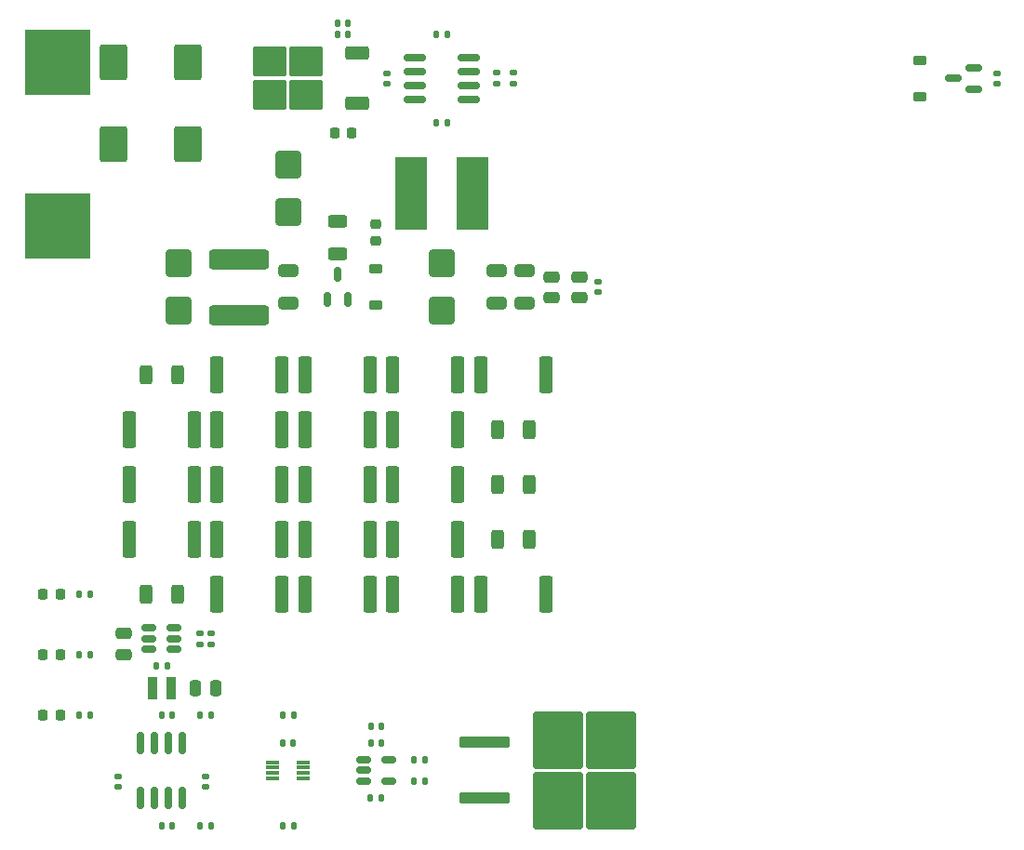
<source format=gbr>
%TF.GenerationSoftware,KiCad,Pcbnew,9.0.0*%
%TF.CreationDate,2025-08-07T11:31:08+08:00*%
%TF.ProjectId,Regen Clamp,52656765-6e20-4436-9c61-6d702e6b6963,1.1*%
%TF.SameCoordinates,PXa7d8c00PY8c30ac0*%
%TF.FileFunction,Paste,Top*%
%TF.FilePolarity,Positive*%
%FSLAX46Y46*%
G04 Gerber Fmt 4.6, Leading zero omitted, Abs format (unit mm)*
G04 Created by KiCad (PCBNEW 9.0.0) date 2025-08-07 11:31:08*
%MOMM*%
%LPD*%
G01*
G04 APERTURE LIST*
G04 Aperture macros list*
%AMRoundRect*
0 Rectangle with rounded corners*
0 $1 Rounding radius*
0 $2 $3 $4 $5 $6 $7 $8 $9 X,Y pos of 4 corners*
0 Add a 4 corners polygon primitive as box body*
4,1,4,$2,$3,$4,$5,$6,$7,$8,$9,$2,$3,0*
0 Add four circle primitives for the rounded corners*
1,1,$1+$1,$2,$3*
1,1,$1+$1,$4,$5*
1,1,$1+$1,$6,$7*
1,1,$1+$1,$8,$9*
0 Add four rect primitives between the rounded corners*
20,1,$1+$1,$2,$3,$4,$5,0*
20,1,$1+$1,$4,$5,$6,$7,0*
20,1,$1+$1,$6,$7,$8,$9,0*
20,1,$1+$1,$8,$9,$2,$3,0*%
G04 Aperture macros list end*
%ADD10R,2.850000X6.600000*%
%ADD11RoundRect,0.135000X0.185000X-0.135000X0.185000X0.135000X-0.185000X0.135000X-0.185000X-0.135000X0*%
%ADD12RoundRect,0.250000X0.362500X1.425000X-0.362500X1.425000X-0.362500X-1.425000X0.362500X-1.425000X0*%
%ADD13RoundRect,0.140000X0.140000X0.170000X-0.140000X0.170000X-0.140000X-0.170000X0.140000X-0.170000X0*%
%ADD14RoundRect,0.140000X0.170000X-0.140000X0.170000X0.140000X-0.170000X0.140000X-0.170000X-0.140000X0*%
%ADD15RoundRect,0.150000X0.825000X0.150000X-0.825000X0.150000X-0.825000X-0.150000X0.825000X-0.150000X0*%
%ADD16RoundRect,0.250000X-0.650000X0.325000X-0.650000X-0.325000X0.650000X-0.325000X0.650000X0.325000X0*%
%ADD17RoundRect,0.250000X0.900000X-1.000000X0.900000X1.000000X-0.900000X1.000000X-0.900000X-1.000000X0*%
%ADD18RoundRect,0.250000X-0.362500X-1.425000X0.362500X-1.425000X0.362500X1.425000X-0.362500X1.425000X0*%
%ADD19RoundRect,0.150000X-0.150000X0.825000X-0.150000X-0.825000X0.150000X-0.825000X0.150000X0.825000X0*%
%ADD20RoundRect,0.250000X-0.312500X-0.625000X0.312500X-0.625000X0.312500X0.625000X-0.312500X0.625000X0*%
%ADD21RoundRect,0.135000X-0.135000X-0.185000X0.135000X-0.185000X0.135000X0.185000X-0.135000X0.185000X0*%
%ADD22RoundRect,0.250000X0.312500X0.625000X-0.312500X0.625000X-0.312500X-0.625000X0.312500X-0.625000X0*%
%ADD23RoundRect,0.140000X-0.140000X-0.170000X0.140000X-0.170000X0.140000X0.170000X-0.140000X0.170000X0*%
%ADD24RoundRect,0.218750X-0.218750X-0.256250X0.218750X-0.256250X0.218750X0.256250X-0.218750X0.256250X0*%
%ADD25RoundRect,0.250000X0.625000X-0.312500X0.625000X0.312500X-0.625000X0.312500X-0.625000X-0.312500X0*%
%ADD26RoundRect,0.250000X-2.450000X0.650000X-2.450000X-0.650000X2.450000X-0.650000X2.450000X0.650000X0*%
%ADD27RoundRect,0.135000X0.135000X0.185000X-0.135000X0.185000X-0.135000X-0.185000X0.135000X-0.185000X0*%
%ADD28RoundRect,0.250000X-0.475000X0.250000X-0.475000X-0.250000X0.475000X-0.250000X0.475000X0.250000X0*%
%ADD29RoundRect,0.250000X0.850000X0.350000X-0.850000X0.350000X-0.850000X-0.350000X0.850000X-0.350000X0*%
%ADD30RoundRect,0.250000X1.275000X1.125000X-1.275000X1.125000X-1.275000X-1.125000X1.275000X-1.125000X0*%
%ADD31RoundRect,0.150000X0.512500X0.150000X-0.512500X0.150000X-0.512500X-0.150000X0.512500X-0.150000X0*%
%ADD32RoundRect,0.250000X-1.000000X1.400000X-1.000000X-1.400000X1.000000X-1.400000X1.000000X1.400000X0*%
%ADD33RoundRect,0.150000X0.150000X-0.512500X0.150000X0.512500X-0.150000X0.512500X-0.150000X-0.512500X0*%
%ADD34RoundRect,0.225000X-0.225000X-0.250000X0.225000X-0.250000X0.225000X0.250000X-0.225000X0.250000X0*%
%ADD35RoundRect,0.250000X-2.050000X-0.300000X2.050000X-0.300000X2.050000X0.300000X-2.050000X0.300000X0*%
%ADD36RoundRect,0.250000X-2.025000X-2.375000X2.025000X-2.375000X2.025000X2.375000X-2.025000X2.375000X0*%
%ADD37RoundRect,0.250000X-0.250000X-0.475000X0.250000X-0.475000X0.250000X0.475000X-0.250000X0.475000X0*%
%ADD38RoundRect,0.150000X-0.512500X-0.150000X0.512500X-0.150000X0.512500X0.150000X-0.512500X0.150000X0*%
%ADD39R,0.950000X2.100000*%
%ADD40RoundRect,0.225000X0.375000X-0.225000X0.375000X0.225000X-0.375000X0.225000X-0.375000X-0.225000X0*%
%ADD41RoundRect,0.087500X-0.537500X-0.087500X0.537500X-0.087500X0.537500X0.087500X-0.537500X0.087500X0*%
%ADD42RoundRect,0.225000X-0.250000X0.225000X-0.250000X-0.225000X0.250000X-0.225000X0.250000X0.225000X0*%
%ADD43RoundRect,0.140000X-0.170000X0.140000X-0.170000X-0.140000X0.170000X-0.140000X0.170000X0.140000X0*%
%ADD44R,6.000000X6.000000*%
%ADD45RoundRect,0.150000X0.587500X0.150000X-0.587500X0.150000X-0.587500X-0.150000X0.587500X-0.150000X0*%
%ADD46RoundRect,0.225000X-0.375000X0.225000X-0.375000X-0.225000X0.375000X-0.225000X0.375000X0.225000X0*%
%ADD47RoundRect,0.135000X-0.185000X0.135000X-0.185000X-0.135000X0.185000X-0.135000X0.185000X0.135000X0*%
G04 APERTURE END LIST*
D10*
%TO.C,L1*%
X37675000Y61500000D03*
X43325000Y61500000D03*
%TD*%
D11*
%TO.C,R2*%
X45500000Y71490000D03*
X45500000Y72510000D03*
%TD*%
D12*
%TO.C,R17*%
X33962500Y45000000D03*
X28037500Y45000000D03*
%TD*%
D13*
%TO.C,C4*%
X34980000Y13000000D03*
X34020000Y13000000D03*
%TD*%
D14*
%TO.C,C25*%
X19000000Y7520000D03*
X19000000Y8480000D03*
%TD*%
D11*
%TO.C,R3*%
X47000000Y71490000D03*
X47000000Y72510000D03*
%TD*%
D13*
%TO.C,C14*%
X40980000Y68000000D03*
X40020000Y68000000D03*
%TD*%
D12*
%TO.C,R20*%
X25962500Y45000000D03*
X20037500Y45000000D03*
%TD*%
D15*
%TO.C,U1*%
X42975000Y70095000D03*
X42975000Y71365000D03*
X42975000Y72635000D03*
X42975000Y73905000D03*
X38025000Y73905000D03*
X38025000Y72635000D03*
X38025000Y71365000D03*
X38025000Y70095000D03*
%TD*%
D16*
%TO.C,C2*%
X26500000Y54475000D03*
X26500000Y51525000D03*
%TD*%
D17*
%TO.C,D7*%
X40500000Y50850000D03*
X40500000Y55150000D03*
%TD*%
D18*
%TO.C,R19*%
X36037500Y40000000D03*
X41962500Y40000000D03*
%TD*%
D19*
%TO.C,U5*%
X16905000Y11475000D03*
X15635000Y11475000D03*
X14365000Y11475000D03*
X13095000Y11475000D03*
X13095000Y6525000D03*
X14365000Y6525000D03*
X15635000Y6525000D03*
X16905000Y6525000D03*
%TD*%
D20*
%TO.C,R24*%
X13537500Y25000000D03*
X16462500Y25000000D03*
%TD*%
D21*
%TO.C,R28*%
X18490000Y4000000D03*
X19510000Y4000000D03*
%TD*%
D22*
%TO.C,R22*%
X48462500Y40000000D03*
X45537500Y40000000D03*
%TD*%
D18*
%TO.C,R37*%
X12037500Y35000000D03*
X17962500Y35000000D03*
%TD*%
D23*
%TO.C,C17*%
X31020000Y77000000D03*
X31980000Y77000000D03*
%TD*%
D24*
%TO.C,D8*%
X4212500Y19500000D03*
X5787500Y19500000D03*
%TD*%
D16*
%TO.C,C8*%
X48000000Y54475000D03*
X48000000Y51525000D03*
%TD*%
D25*
%TO.C,R4*%
X31000000Y56037500D03*
X31000000Y58962500D03*
%TD*%
D23*
%TO.C,C5*%
X34020000Y11500000D03*
X34980000Y11500000D03*
%TD*%
D12*
%TO.C,R18*%
X33962500Y25000000D03*
X28037500Y25000000D03*
%TD*%
D24*
%TO.C,D9*%
X4212500Y25000000D03*
X5787500Y25000000D03*
%TD*%
D22*
%TO.C,R42*%
X48462500Y35000000D03*
X45537500Y35000000D03*
%TD*%
D26*
%TO.C,C1*%
X22000000Y55550000D03*
X22000000Y50450000D03*
%TD*%
D14*
%TO.C,C18*%
X35500000Y71520000D03*
X35500000Y72480000D03*
%TD*%
D17*
%TO.C,D4*%
X26500000Y59850000D03*
X26500000Y64150000D03*
%TD*%
D13*
%TO.C,C27*%
X15480000Y18500000D03*
X14520000Y18500000D03*
%TD*%
D27*
%TO.C,R9*%
X8510000Y14000000D03*
X7490000Y14000000D03*
%TD*%
D28*
%TO.C,C9*%
X53000000Y53950000D03*
X53000000Y52050000D03*
%TD*%
D29*
%TO.C,U4*%
X32800000Y69720000D03*
D30*
X28175000Y70475000D03*
X28175000Y73525000D03*
X24825000Y70475000D03*
X24825000Y73525000D03*
D29*
X32800000Y74280000D03*
%TD*%
D31*
%TO.C,U6*%
X16137500Y20050000D03*
X16137500Y21000000D03*
X16137500Y21950000D03*
X13862500Y21950000D03*
X13862500Y21000000D03*
X13862500Y20050000D03*
%TD*%
D23*
%TO.C,C13*%
X31020000Y76000000D03*
X31980000Y76000000D03*
%TD*%
D18*
%TO.C,R41*%
X36037500Y35000000D03*
X41962500Y35000000D03*
%TD*%
%TO.C,R13*%
X20037500Y40000000D03*
X25962500Y40000000D03*
%TD*%
D32*
%TO.C,D3*%
X17400000Y73500000D03*
X10600000Y73500000D03*
%TD*%
D33*
%TO.C,U2*%
X30050000Y51862500D03*
X31950000Y51862500D03*
X31000000Y54137500D03*
%TD*%
D12*
%TO.C,R15*%
X41962500Y25000000D03*
X36037500Y25000000D03*
%TD*%
D18*
%TO.C,R10*%
X12037500Y40000000D03*
X17962500Y40000000D03*
%TD*%
D34*
%TO.C,C12*%
X30725000Y67000000D03*
X32275000Y67000000D03*
%TD*%
D18*
%TO.C,R16*%
X28037500Y40000000D03*
X33962500Y40000000D03*
%TD*%
D12*
%TO.C,R12*%
X49962500Y25000000D03*
X44037500Y25000000D03*
%TD*%
D24*
%TO.C,D10*%
X4212500Y14000000D03*
X5787500Y14000000D03*
%TD*%
D23*
%TO.C,C29*%
X15020000Y4000000D03*
X15980000Y4000000D03*
%TD*%
D22*
%TO.C,R36*%
X48462500Y30000000D03*
X45537500Y30000000D03*
%TD*%
D18*
%TO.C,R35*%
X36037500Y30000000D03*
X41962500Y30000000D03*
%TD*%
D35*
%TO.C,Q2*%
X44350000Y11540000D03*
D36*
X51075000Y11775000D03*
X51075000Y6225000D03*
X55925000Y11775000D03*
X55925000Y6225000D03*
D35*
X44350000Y6460000D03*
%TD*%
D37*
%TO.C,C28*%
X18050000Y16500000D03*
X19950000Y16500000D03*
%TD*%
D17*
%TO.C,D1*%
X16500000Y50850000D03*
X16500000Y55150000D03*
%TD*%
D14*
%TO.C,C3*%
X91000000Y71520000D03*
X91000000Y72480000D03*
%TD*%
D27*
%TO.C,R8*%
X8510000Y25000000D03*
X7490000Y25000000D03*
%TD*%
D18*
%TO.C,R38*%
X20037500Y35000000D03*
X25962500Y35000000D03*
%TD*%
D12*
%TO.C,R11*%
X49962500Y45000000D03*
X44037500Y45000000D03*
%TD*%
D27*
%TO.C,R29*%
X27010000Y14000000D03*
X25990000Y14000000D03*
%TD*%
D21*
%TO.C,R6*%
X37990000Y8050000D03*
X39010000Y8050000D03*
%TD*%
D38*
%TO.C,U3*%
X33362500Y9950000D03*
X33362500Y9000000D03*
X33362500Y8050000D03*
X35637500Y8050000D03*
X35637500Y9950000D03*
%TD*%
D14*
%TO.C,C16*%
X11000000Y7520000D03*
X11000000Y8480000D03*
%TD*%
D39*
%TO.C,L2*%
X14175000Y16500000D03*
X15825000Y16500000D03*
%TD*%
D27*
%TO.C,R30*%
X27010000Y4000000D03*
X25990000Y4000000D03*
%TD*%
D21*
%TO.C,R27*%
X18490000Y14000000D03*
X19510000Y14000000D03*
%TD*%
D28*
%TO.C,C10*%
X50500000Y53950000D03*
X50500000Y52050000D03*
%TD*%
D18*
%TO.C,R39*%
X28037500Y35000000D03*
X33962500Y35000000D03*
%TD*%
D11*
%TO.C,R25*%
X19500000Y20490000D03*
X19500000Y21510000D03*
%TD*%
D40*
%TO.C,D5*%
X34500000Y51350000D03*
X34500000Y54650000D03*
%TD*%
D23*
%TO.C,C31*%
X15020000Y14000000D03*
X15980000Y14000000D03*
%TD*%
D13*
%TO.C,C15*%
X40980000Y76000000D03*
X40020000Y76000000D03*
%TD*%
D12*
%TO.C,R21*%
X25962500Y25000000D03*
X20037500Y25000000D03*
%TD*%
D41*
%TO.C,U7*%
X25100000Y9750000D03*
X25100000Y9250000D03*
X25100000Y8750000D03*
X25100000Y8250000D03*
X27900000Y8250000D03*
X27900000Y8750000D03*
X27900000Y9250000D03*
X27900000Y9750000D03*
%TD*%
D16*
%TO.C,C7*%
X45500000Y54475000D03*
X45500000Y51525000D03*
%TD*%
D42*
%TO.C,C6*%
X34500000Y58775000D03*
X34500000Y57225000D03*
%TD*%
D43*
%TO.C,C11*%
X54750000Y53480000D03*
X54750000Y52520000D03*
%TD*%
D44*
%TO.C,F1*%
X5500000Y73450000D03*
X5500000Y58550000D03*
%TD*%
D27*
%TO.C,R7*%
X8510000Y19500000D03*
X7490000Y19500000D03*
%TD*%
D32*
%TO.C,D2*%
X17400000Y66000000D03*
X10600000Y66000000D03*
%TD*%
D12*
%TO.C,R14*%
X41962500Y45000000D03*
X36037500Y45000000D03*
%TD*%
D27*
%TO.C,R1*%
X35010000Y6500000D03*
X33990000Y6500000D03*
%TD*%
D13*
%TO.C,C30*%
X26980000Y11500000D03*
X26020000Y11500000D03*
%TD*%
D45*
%TO.C,Q1*%
X88937500Y71050000D03*
X88937500Y72950000D03*
X87062500Y72000000D03*
%TD*%
D18*
%TO.C,R32*%
X20037500Y30000000D03*
X25962500Y30000000D03*
%TD*%
%TO.C,R31*%
X12037500Y30000000D03*
X17962500Y30000000D03*
%TD*%
D46*
%TO.C,D6*%
X84000000Y73650000D03*
X84000000Y70350000D03*
%TD*%
D28*
%TO.C,C26*%
X11500000Y21450000D03*
X11500000Y19550000D03*
%TD*%
D20*
%TO.C,R23*%
X13537500Y45000000D03*
X16462500Y45000000D03*
%TD*%
D21*
%TO.C,R5*%
X37990000Y9950000D03*
X39010000Y9950000D03*
%TD*%
D47*
%TO.C,R26*%
X18500000Y21510000D03*
X18500000Y20490000D03*
%TD*%
D18*
%TO.C,R33*%
X28037500Y30000000D03*
X33962500Y30000000D03*
%TD*%
M02*

</source>
